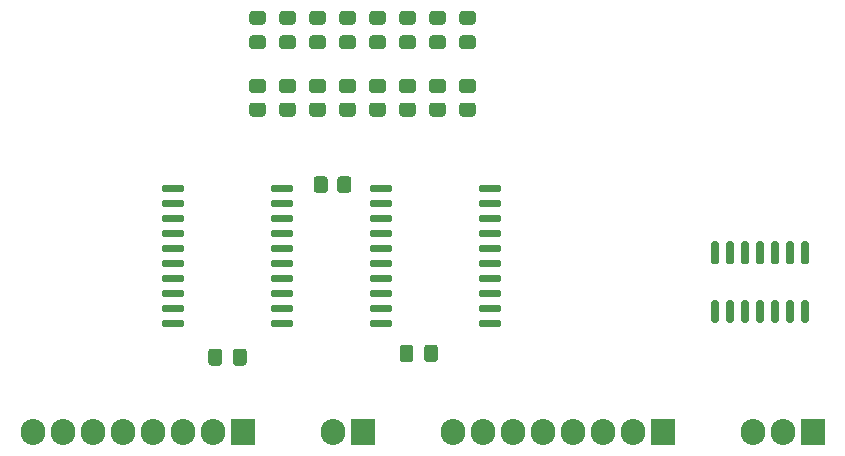
<source format=gbr>
%TF.GenerationSoftware,KiCad,Pcbnew,(5.1.8)-1*%
%TF.CreationDate,2022-11-12T22:58:33+03:00*%
%TF.ProjectId,Reg,5265672e-6b69-4636-9164-5f7063625858,rev?*%
%TF.SameCoordinates,Original*%
%TF.FileFunction,Soldermask,Top*%
%TF.FilePolarity,Negative*%
%FSLAX46Y46*%
G04 Gerber Fmt 4.6, Leading zero omitted, Abs format (unit mm)*
G04 Created by KiCad (PCBNEW (5.1.8)-1) date 2022-11-12 22:58:33*
%MOMM*%
%LPD*%
G01*
G04 APERTURE LIST*
%ADD10R,2.100000X2.200000*%
%ADD11O,2.100000X2.200000*%
G04 APERTURE END LIST*
%TO.C,C2*%
G36*
G01*
X85592500Y-46197500D02*
X85592500Y-47147500D01*
G75*
G02*
X85342500Y-47397500I-250000J0D01*
G01*
X84667500Y-47397500D01*
G75*
G02*
X84417500Y-47147500I0J250000D01*
G01*
X84417500Y-46197500D01*
G75*
G02*
X84667500Y-45947500I250000J0D01*
G01*
X85342500Y-45947500D01*
G75*
G02*
X85592500Y-46197500I0J-250000D01*
G01*
G37*
G36*
G01*
X87667500Y-46197500D02*
X87667500Y-47147500D01*
G75*
G02*
X87417500Y-47397500I-250000J0D01*
G01*
X86742500Y-47397500D01*
G75*
G02*
X86492500Y-47147500I0J250000D01*
G01*
X86492500Y-46197500D01*
G75*
G02*
X86742500Y-45947500I250000J0D01*
G01*
X87417500Y-45947500D01*
G75*
G02*
X87667500Y-46197500I0J-250000D01*
G01*
G37*
%TD*%
%TO.C,R9*%
G36*
G01*
X90620001Y-24635000D02*
X89719999Y-24635000D01*
G75*
G02*
X89470000Y-24385001I0J249999D01*
G01*
X89470000Y-23684999D01*
G75*
G02*
X89719999Y-23435000I249999J0D01*
G01*
X90620001Y-23435000D01*
G75*
G02*
X90870000Y-23684999I0J-249999D01*
G01*
X90870000Y-24385001D01*
G75*
G02*
X90620001Y-24635000I-249999J0D01*
G01*
G37*
G36*
G01*
X90620001Y-26635000D02*
X89719999Y-26635000D01*
G75*
G02*
X89470000Y-26385001I0J249999D01*
G01*
X89470000Y-25684999D01*
G75*
G02*
X89719999Y-25435000I249999J0D01*
G01*
X90620001Y-25435000D01*
G75*
G02*
X90870000Y-25684999I0J-249999D01*
G01*
X90870000Y-26385001D01*
G75*
G02*
X90620001Y-26635000I-249999J0D01*
G01*
G37*
%TD*%
%TO.C,R8*%
G36*
G01*
X88080001Y-24635000D02*
X87179999Y-24635000D01*
G75*
G02*
X86930000Y-24385001I0J249999D01*
G01*
X86930000Y-23684999D01*
G75*
G02*
X87179999Y-23435000I249999J0D01*
G01*
X88080001Y-23435000D01*
G75*
G02*
X88330000Y-23684999I0J-249999D01*
G01*
X88330000Y-24385001D01*
G75*
G02*
X88080001Y-24635000I-249999J0D01*
G01*
G37*
G36*
G01*
X88080001Y-26635000D02*
X87179999Y-26635000D01*
G75*
G02*
X86930000Y-26385001I0J249999D01*
G01*
X86930000Y-25684999D01*
G75*
G02*
X87179999Y-25435000I249999J0D01*
G01*
X88080001Y-25435000D01*
G75*
G02*
X88330000Y-25684999I0J-249999D01*
G01*
X88330000Y-26385001D01*
G75*
G02*
X88080001Y-26635000I-249999J0D01*
G01*
G37*
%TD*%
%TO.C,R7*%
G36*
G01*
X85540001Y-24635000D02*
X84639999Y-24635000D01*
G75*
G02*
X84390000Y-24385001I0J249999D01*
G01*
X84390000Y-23684999D01*
G75*
G02*
X84639999Y-23435000I249999J0D01*
G01*
X85540001Y-23435000D01*
G75*
G02*
X85790000Y-23684999I0J-249999D01*
G01*
X85790000Y-24385001D01*
G75*
G02*
X85540001Y-24635000I-249999J0D01*
G01*
G37*
G36*
G01*
X85540001Y-26635000D02*
X84639999Y-26635000D01*
G75*
G02*
X84390000Y-26385001I0J249999D01*
G01*
X84390000Y-25684999D01*
G75*
G02*
X84639999Y-25435000I249999J0D01*
G01*
X85540001Y-25435000D01*
G75*
G02*
X85790000Y-25684999I0J-249999D01*
G01*
X85790000Y-26385001D01*
G75*
G02*
X85540001Y-26635000I-249999J0D01*
G01*
G37*
%TD*%
%TO.C,R6*%
G36*
G01*
X83000001Y-24635000D02*
X82099999Y-24635000D01*
G75*
G02*
X81850000Y-24385001I0J249999D01*
G01*
X81850000Y-23684999D01*
G75*
G02*
X82099999Y-23435000I249999J0D01*
G01*
X83000001Y-23435000D01*
G75*
G02*
X83250000Y-23684999I0J-249999D01*
G01*
X83250000Y-24385001D01*
G75*
G02*
X83000001Y-24635000I-249999J0D01*
G01*
G37*
G36*
G01*
X83000001Y-26635000D02*
X82099999Y-26635000D01*
G75*
G02*
X81850000Y-26385001I0J249999D01*
G01*
X81850000Y-25684999D01*
G75*
G02*
X82099999Y-25435000I249999J0D01*
G01*
X83000001Y-25435000D01*
G75*
G02*
X83250000Y-25684999I0J-249999D01*
G01*
X83250000Y-26385001D01*
G75*
G02*
X83000001Y-26635000I-249999J0D01*
G01*
G37*
%TD*%
%TO.C,R5*%
G36*
G01*
X80460001Y-24635000D02*
X79559999Y-24635000D01*
G75*
G02*
X79310000Y-24385001I0J249999D01*
G01*
X79310000Y-23684999D01*
G75*
G02*
X79559999Y-23435000I249999J0D01*
G01*
X80460001Y-23435000D01*
G75*
G02*
X80710000Y-23684999I0J-249999D01*
G01*
X80710000Y-24385001D01*
G75*
G02*
X80460001Y-24635000I-249999J0D01*
G01*
G37*
G36*
G01*
X80460001Y-26635000D02*
X79559999Y-26635000D01*
G75*
G02*
X79310000Y-26385001I0J249999D01*
G01*
X79310000Y-25684999D01*
G75*
G02*
X79559999Y-25435000I249999J0D01*
G01*
X80460001Y-25435000D01*
G75*
G02*
X80710000Y-25684999I0J-249999D01*
G01*
X80710000Y-26385001D01*
G75*
G02*
X80460001Y-26635000I-249999J0D01*
G01*
G37*
%TD*%
%TO.C,R4*%
G36*
G01*
X77920001Y-24635000D02*
X77019999Y-24635000D01*
G75*
G02*
X76770000Y-24385001I0J249999D01*
G01*
X76770000Y-23684999D01*
G75*
G02*
X77019999Y-23435000I249999J0D01*
G01*
X77920001Y-23435000D01*
G75*
G02*
X78170000Y-23684999I0J-249999D01*
G01*
X78170000Y-24385001D01*
G75*
G02*
X77920001Y-24635000I-249999J0D01*
G01*
G37*
G36*
G01*
X77920001Y-26635000D02*
X77019999Y-26635000D01*
G75*
G02*
X76770000Y-26385001I0J249999D01*
G01*
X76770000Y-25684999D01*
G75*
G02*
X77019999Y-25435000I249999J0D01*
G01*
X77920001Y-25435000D01*
G75*
G02*
X78170000Y-25684999I0J-249999D01*
G01*
X78170000Y-26385001D01*
G75*
G02*
X77920001Y-26635000I-249999J0D01*
G01*
G37*
%TD*%
%TO.C,R3*%
G36*
G01*
X75380001Y-24635000D02*
X74479999Y-24635000D01*
G75*
G02*
X74230000Y-24385001I0J249999D01*
G01*
X74230000Y-23684999D01*
G75*
G02*
X74479999Y-23435000I249999J0D01*
G01*
X75380001Y-23435000D01*
G75*
G02*
X75630000Y-23684999I0J-249999D01*
G01*
X75630000Y-24385001D01*
G75*
G02*
X75380001Y-24635000I-249999J0D01*
G01*
G37*
G36*
G01*
X75380001Y-26635000D02*
X74479999Y-26635000D01*
G75*
G02*
X74230000Y-26385001I0J249999D01*
G01*
X74230000Y-25684999D01*
G75*
G02*
X74479999Y-25435000I249999J0D01*
G01*
X75380001Y-25435000D01*
G75*
G02*
X75630000Y-25684999I0J-249999D01*
G01*
X75630000Y-26385001D01*
G75*
G02*
X75380001Y-26635000I-249999J0D01*
G01*
G37*
%TD*%
%TO.C,R2*%
G36*
G01*
X72840001Y-24635000D02*
X71939999Y-24635000D01*
G75*
G02*
X71690000Y-24385001I0J249999D01*
G01*
X71690000Y-23684999D01*
G75*
G02*
X71939999Y-23435000I249999J0D01*
G01*
X72840001Y-23435000D01*
G75*
G02*
X73090000Y-23684999I0J-249999D01*
G01*
X73090000Y-24385001D01*
G75*
G02*
X72840001Y-24635000I-249999J0D01*
G01*
G37*
G36*
G01*
X72840001Y-26635000D02*
X71939999Y-26635000D01*
G75*
G02*
X71690000Y-26385001I0J249999D01*
G01*
X71690000Y-25684999D01*
G75*
G02*
X71939999Y-25435000I249999J0D01*
G01*
X72840001Y-25435000D01*
G75*
G02*
X73090000Y-25684999I0J-249999D01*
G01*
X73090000Y-26385001D01*
G75*
G02*
X72840001Y-26635000I-249999J0D01*
G01*
G37*
%TD*%
%TO.C,R1*%
G36*
G01*
X78340000Y-31934999D02*
X78340000Y-32835001D01*
G75*
G02*
X78090001Y-33085000I-249999J0D01*
G01*
X77389999Y-33085000D01*
G75*
G02*
X77140000Y-32835001I0J249999D01*
G01*
X77140000Y-31934999D01*
G75*
G02*
X77389999Y-31685000I249999J0D01*
G01*
X78090001Y-31685000D01*
G75*
G02*
X78340000Y-31934999I0J-249999D01*
G01*
G37*
G36*
G01*
X80340000Y-31934999D02*
X80340000Y-32835001D01*
G75*
G02*
X80090001Y-33085000I-249999J0D01*
G01*
X79389999Y-33085000D01*
G75*
G02*
X79140000Y-32835001I0J249999D01*
G01*
X79140000Y-31934999D01*
G75*
G02*
X79389999Y-31685000I249999J0D01*
G01*
X80090001Y-31685000D01*
G75*
G02*
X80340000Y-31934999I0J-249999D01*
G01*
G37*
%TD*%
%TO.C,D8*%
G36*
G01*
X89719999Y-19745000D02*
X90620001Y-19745000D01*
G75*
G02*
X90870000Y-19994999I0J-249999D01*
G01*
X90870000Y-20645001D01*
G75*
G02*
X90620001Y-20895000I-249999J0D01*
G01*
X89719999Y-20895000D01*
G75*
G02*
X89470000Y-20645001I0J249999D01*
G01*
X89470000Y-19994999D01*
G75*
G02*
X89719999Y-19745000I249999J0D01*
G01*
G37*
G36*
G01*
X89719999Y-17695000D02*
X90620001Y-17695000D01*
G75*
G02*
X90870000Y-17944999I0J-249999D01*
G01*
X90870000Y-18595001D01*
G75*
G02*
X90620001Y-18845000I-249999J0D01*
G01*
X89719999Y-18845000D01*
G75*
G02*
X89470000Y-18595001I0J249999D01*
G01*
X89470000Y-17944999D01*
G75*
G02*
X89719999Y-17695000I249999J0D01*
G01*
G37*
%TD*%
%TO.C,D7*%
G36*
G01*
X87179999Y-19745000D02*
X88080001Y-19745000D01*
G75*
G02*
X88330000Y-19994999I0J-249999D01*
G01*
X88330000Y-20645001D01*
G75*
G02*
X88080001Y-20895000I-249999J0D01*
G01*
X87179999Y-20895000D01*
G75*
G02*
X86930000Y-20645001I0J249999D01*
G01*
X86930000Y-19994999D01*
G75*
G02*
X87179999Y-19745000I249999J0D01*
G01*
G37*
G36*
G01*
X87179999Y-17695000D02*
X88080001Y-17695000D01*
G75*
G02*
X88330000Y-17944999I0J-249999D01*
G01*
X88330000Y-18595001D01*
G75*
G02*
X88080001Y-18845000I-249999J0D01*
G01*
X87179999Y-18845000D01*
G75*
G02*
X86930000Y-18595001I0J249999D01*
G01*
X86930000Y-17944999D01*
G75*
G02*
X87179999Y-17695000I249999J0D01*
G01*
G37*
%TD*%
%TO.C,D6*%
G36*
G01*
X84639999Y-19745000D02*
X85540001Y-19745000D01*
G75*
G02*
X85790000Y-19994999I0J-249999D01*
G01*
X85790000Y-20645001D01*
G75*
G02*
X85540001Y-20895000I-249999J0D01*
G01*
X84639999Y-20895000D01*
G75*
G02*
X84390000Y-20645001I0J249999D01*
G01*
X84390000Y-19994999D01*
G75*
G02*
X84639999Y-19745000I249999J0D01*
G01*
G37*
G36*
G01*
X84639999Y-17695000D02*
X85540001Y-17695000D01*
G75*
G02*
X85790000Y-17944999I0J-249999D01*
G01*
X85790000Y-18595001D01*
G75*
G02*
X85540001Y-18845000I-249999J0D01*
G01*
X84639999Y-18845000D01*
G75*
G02*
X84390000Y-18595001I0J249999D01*
G01*
X84390000Y-17944999D01*
G75*
G02*
X84639999Y-17695000I249999J0D01*
G01*
G37*
%TD*%
%TO.C,D5*%
G36*
G01*
X82099999Y-19745000D02*
X83000001Y-19745000D01*
G75*
G02*
X83250000Y-19994999I0J-249999D01*
G01*
X83250000Y-20645001D01*
G75*
G02*
X83000001Y-20895000I-249999J0D01*
G01*
X82099999Y-20895000D01*
G75*
G02*
X81850000Y-20645001I0J249999D01*
G01*
X81850000Y-19994999D01*
G75*
G02*
X82099999Y-19745000I249999J0D01*
G01*
G37*
G36*
G01*
X82099999Y-17695000D02*
X83000001Y-17695000D01*
G75*
G02*
X83250000Y-17944999I0J-249999D01*
G01*
X83250000Y-18595001D01*
G75*
G02*
X83000001Y-18845000I-249999J0D01*
G01*
X82099999Y-18845000D01*
G75*
G02*
X81850000Y-18595001I0J249999D01*
G01*
X81850000Y-17944999D01*
G75*
G02*
X82099999Y-17695000I249999J0D01*
G01*
G37*
%TD*%
%TO.C,D4*%
G36*
G01*
X79559999Y-19745000D02*
X80460001Y-19745000D01*
G75*
G02*
X80710000Y-19994999I0J-249999D01*
G01*
X80710000Y-20645001D01*
G75*
G02*
X80460001Y-20895000I-249999J0D01*
G01*
X79559999Y-20895000D01*
G75*
G02*
X79310000Y-20645001I0J249999D01*
G01*
X79310000Y-19994999D01*
G75*
G02*
X79559999Y-19745000I249999J0D01*
G01*
G37*
G36*
G01*
X79559999Y-17695000D02*
X80460001Y-17695000D01*
G75*
G02*
X80710000Y-17944999I0J-249999D01*
G01*
X80710000Y-18595001D01*
G75*
G02*
X80460001Y-18845000I-249999J0D01*
G01*
X79559999Y-18845000D01*
G75*
G02*
X79310000Y-18595001I0J249999D01*
G01*
X79310000Y-17944999D01*
G75*
G02*
X79559999Y-17695000I249999J0D01*
G01*
G37*
%TD*%
%TO.C,D3*%
G36*
G01*
X77019999Y-19745000D02*
X77920001Y-19745000D01*
G75*
G02*
X78170000Y-19994999I0J-249999D01*
G01*
X78170000Y-20645001D01*
G75*
G02*
X77920001Y-20895000I-249999J0D01*
G01*
X77019999Y-20895000D01*
G75*
G02*
X76770000Y-20645001I0J249999D01*
G01*
X76770000Y-19994999D01*
G75*
G02*
X77019999Y-19745000I249999J0D01*
G01*
G37*
G36*
G01*
X77019999Y-17695000D02*
X77920001Y-17695000D01*
G75*
G02*
X78170000Y-17944999I0J-249999D01*
G01*
X78170000Y-18595001D01*
G75*
G02*
X77920001Y-18845000I-249999J0D01*
G01*
X77019999Y-18845000D01*
G75*
G02*
X76770000Y-18595001I0J249999D01*
G01*
X76770000Y-17944999D01*
G75*
G02*
X77019999Y-17695000I249999J0D01*
G01*
G37*
%TD*%
%TO.C,D2*%
G36*
G01*
X74479999Y-19745000D02*
X75380001Y-19745000D01*
G75*
G02*
X75630000Y-19994999I0J-249999D01*
G01*
X75630000Y-20645001D01*
G75*
G02*
X75380001Y-20895000I-249999J0D01*
G01*
X74479999Y-20895000D01*
G75*
G02*
X74230000Y-20645001I0J249999D01*
G01*
X74230000Y-19994999D01*
G75*
G02*
X74479999Y-19745000I249999J0D01*
G01*
G37*
G36*
G01*
X74479999Y-17695000D02*
X75380001Y-17695000D01*
G75*
G02*
X75630000Y-17944999I0J-249999D01*
G01*
X75630000Y-18595001D01*
G75*
G02*
X75380001Y-18845000I-249999J0D01*
G01*
X74479999Y-18845000D01*
G75*
G02*
X74230000Y-18595001I0J249999D01*
G01*
X74230000Y-17944999D01*
G75*
G02*
X74479999Y-17695000I249999J0D01*
G01*
G37*
%TD*%
%TO.C,D1*%
G36*
G01*
X71939999Y-19745000D02*
X72840001Y-19745000D01*
G75*
G02*
X73090000Y-19994999I0J-249999D01*
G01*
X73090000Y-20645001D01*
G75*
G02*
X72840001Y-20895000I-249999J0D01*
G01*
X71939999Y-20895000D01*
G75*
G02*
X71690000Y-20645001I0J249999D01*
G01*
X71690000Y-19994999D01*
G75*
G02*
X71939999Y-19745000I249999J0D01*
G01*
G37*
G36*
G01*
X71939999Y-17695000D02*
X72840001Y-17695000D01*
G75*
G02*
X73090000Y-17944999I0J-249999D01*
G01*
X73090000Y-18595001D01*
G75*
G02*
X72840001Y-18845000I-249999J0D01*
G01*
X71939999Y-18845000D01*
G75*
G02*
X71690000Y-18595001I0J249999D01*
G01*
X71690000Y-17944999D01*
G75*
G02*
X71939999Y-17695000I249999J0D01*
G01*
G37*
%TD*%
%TO.C,C1*%
G36*
G01*
X71475000Y-46515000D02*
X71475000Y-47465000D01*
G75*
G02*
X71225000Y-47715000I-250000J0D01*
G01*
X70550000Y-47715000D01*
G75*
G02*
X70300000Y-47465000I0J250000D01*
G01*
X70300000Y-46515000D01*
G75*
G02*
X70550000Y-46265000I250000J0D01*
G01*
X71225000Y-46265000D01*
G75*
G02*
X71475000Y-46515000I0J-250000D01*
G01*
G37*
G36*
G01*
X69400000Y-46515000D02*
X69400000Y-47465000D01*
G75*
G02*
X69150000Y-47715000I-250000J0D01*
G01*
X68475000Y-47715000D01*
G75*
G02*
X68225000Y-47465000I0J250000D01*
G01*
X68225000Y-46515000D01*
G75*
G02*
X68475000Y-46265000I250000J0D01*
G01*
X69150000Y-46265000D01*
G75*
G02*
X69400000Y-46515000I0J-250000D01*
G01*
G37*
%TD*%
D10*
%TO.C,J1*%
X71120000Y-53340000D03*
D11*
X68580000Y-53340000D03*
X66040000Y-53340000D03*
X63500000Y-53340000D03*
X60960000Y-53340000D03*
X58420000Y-53340000D03*
X55880000Y-53340000D03*
X53340000Y-53340000D03*
%TD*%
%TO.C,J2*%
X88900000Y-53340000D03*
X91440000Y-53340000D03*
X93980000Y-53340000D03*
X96520000Y-53340000D03*
X99060000Y-53340000D03*
X101600000Y-53340000D03*
X104140000Y-53340000D03*
D10*
X106680000Y-53340000D03*
%TD*%
%TO.C,J3*%
X81280000Y-53340000D03*
D11*
X78740000Y-53340000D03*
%TD*%
D10*
%TO.C,J4*%
X119380000Y-53340000D03*
D11*
X116840000Y-53340000D03*
X114300000Y-53340000D03*
%TD*%
%TO.C,U1*%
G36*
G01*
X64300000Y-32860001D02*
X64300000Y-32560001D01*
G75*
G02*
X64450000Y-32410001I150000J0D01*
G01*
X66050000Y-32410001D01*
G75*
G02*
X66200000Y-32560001I0J-150000D01*
G01*
X66200000Y-32860001D01*
G75*
G02*
X66050000Y-33010001I-150000J0D01*
G01*
X64450000Y-33010001D01*
G75*
G02*
X64300000Y-32860001I0J150000D01*
G01*
G37*
G36*
G01*
X64300000Y-34130001D02*
X64300000Y-33830001D01*
G75*
G02*
X64450000Y-33680001I150000J0D01*
G01*
X66050000Y-33680001D01*
G75*
G02*
X66200000Y-33830001I0J-150000D01*
G01*
X66200000Y-34130001D01*
G75*
G02*
X66050000Y-34280001I-150000J0D01*
G01*
X64450000Y-34280001D01*
G75*
G02*
X64300000Y-34130001I0J150000D01*
G01*
G37*
G36*
G01*
X64300000Y-35400001D02*
X64300000Y-35100001D01*
G75*
G02*
X64450000Y-34950001I150000J0D01*
G01*
X66050000Y-34950001D01*
G75*
G02*
X66200000Y-35100001I0J-150000D01*
G01*
X66200000Y-35400001D01*
G75*
G02*
X66050000Y-35550001I-150000J0D01*
G01*
X64450000Y-35550001D01*
G75*
G02*
X64300000Y-35400001I0J150000D01*
G01*
G37*
G36*
G01*
X64300000Y-36670001D02*
X64300000Y-36370001D01*
G75*
G02*
X64450000Y-36220001I150000J0D01*
G01*
X66050000Y-36220001D01*
G75*
G02*
X66200000Y-36370001I0J-150000D01*
G01*
X66200000Y-36670001D01*
G75*
G02*
X66050000Y-36820001I-150000J0D01*
G01*
X64450000Y-36820001D01*
G75*
G02*
X64300000Y-36670001I0J150000D01*
G01*
G37*
G36*
G01*
X64300000Y-37940001D02*
X64300000Y-37640001D01*
G75*
G02*
X64450000Y-37490001I150000J0D01*
G01*
X66050000Y-37490001D01*
G75*
G02*
X66200000Y-37640001I0J-150000D01*
G01*
X66200000Y-37940001D01*
G75*
G02*
X66050000Y-38090001I-150000J0D01*
G01*
X64450000Y-38090001D01*
G75*
G02*
X64300000Y-37940001I0J150000D01*
G01*
G37*
G36*
G01*
X64300000Y-39210001D02*
X64300000Y-38910001D01*
G75*
G02*
X64450000Y-38760001I150000J0D01*
G01*
X66050000Y-38760001D01*
G75*
G02*
X66200000Y-38910001I0J-150000D01*
G01*
X66200000Y-39210001D01*
G75*
G02*
X66050000Y-39360001I-150000J0D01*
G01*
X64450000Y-39360001D01*
G75*
G02*
X64300000Y-39210001I0J150000D01*
G01*
G37*
G36*
G01*
X64300000Y-40480001D02*
X64300000Y-40180001D01*
G75*
G02*
X64450000Y-40030001I150000J0D01*
G01*
X66050000Y-40030001D01*
G75*
G02*
X66200000Y-40180001I0J-150000D01*
G01*
X66200000Y-40480001D01*
G75*
G02*
X66050000Y-40630001I-150000J0D01*
G01*
X64450000Y-40630001D01*
G75*
G02*
X64300000Y-40480001I0J150000D01*
G01*
G37*
G36*
G01*
X64300000Y-41750001D02*
X64300000Y-41450001D01*
G75*
G02*
X64450000Y-41300001I150000J0D01*
G01*
X66050000Y-41300001D01*
G75*
G02*
X66200000Y-41450001I0J-150000D01*
G01*
X66200000Y-41750001D01*
G75*
G02*
X66050000Y-41900001I-150000J0D01*
G01*
X64450000Y-41900001D01*
G75*
G02*
X64300000Y-41750001I0J150000D01*
G01*
G37*
G36*
G01*
X64300000Y-43020001D02*
X64300000Y-42720001D01*
G75*
G02*
X64450000Y-42570001I150000J0D01*
G01*
X66050000Y-42570001D01*
G75*
G02*
X66200000Y-42720001I0J-150000D01*
G01*
X66200000Y-43020001D01*
G75*
G02*
X66050000Y-43170001I-150000J0D01*
G01*
X64450000Y-43170001D01*
G75*
G02*
X64300000Y-43020001I0J150000D01*
G01*
G37*
G36*
G01*
X64300000Y-44290001D02*
X64300000Y-43990001D01*
G75*
G02*
X64450000Y-43840001I150000J0D01*
G01*
X66050000Y-43840001D01*
G75*
G02*
X66200000Y-43990001I0J-150000D01*
G01*
X66200000Y-44290001D01*
G75*
G02*
X66050000Y-44440001I-150000J0D01*
G01*
X64450000Y-44440001D01*
G75*
G02*
X64300000Y-44290001I0J150000D01*
G01*
G37*
G36*
G01*
X73500000Y-44290001D02*
X73500000Y-43990001D01*
G75*
G02*
X73650000Y-43840001I150000J0D01*
G01*
X75250000Y-43840001D01*
G75*
G02*
X75400000Y-43990001I0J-150000D01*
G01*
X75400000Y-44290001D01*
G75*
G02*
X75250000Y-44440001I-150000J0D01*
G01*
X73650000Y-44440001D01*
G75*
G02*
X73500000Y-44290001I0J150000D01*
G01*
G37*
G36*
G01*
X73500000Y-43020001D02*
X73500000Y-42720001D01*
G75*
G02*
X73650000Y-42570001I150000J0D01*
G01*
X75250000Y-42570001D01*
G75*
G02*
X75400000Y-42720001I0J-150000D01*
G01*
X75400000Y-43020001D01*
G75*
G02*
X75250000Y-43170001I-150000J0D01*
G01*
X73650000Y-43170001D01*
G75*
G02*
X73500000Y-43020001I0J150000D01*
G01*
G37*
G36*
G01*
X73500000Y-41750001D02*
X73500000Y-41450001D01*
G75*
G02*
X73650000Y-41300001I150000J0D01*
G01*
X75250000Y-41300001D01*
G75*
G02*
X75400000Y-41450001I0J-150000D01*
G01*
X75400000Y-41750001D01*
G75*
G02*
X75250000Y-41900001I-150000J0D01*
G01*
X73650000Y-41900001D01*
G75*
G02*
X73500000Y-41750001I0J150000D01*
G01*
G37*
G36*
G01*
X73500000Y-40480001D02*
X73500000Y-40180001D01*
G75*
G02*
X73650000Y-40030001I150000J0D01*
G01*
X75250000Y-40030001D01*
G75*
G02*
X75400000Y-40180001I0J-150000D01*
G01*
X75400000Y-40480001D01*
G75*
G02*
X75250000Y-40630001I-150000J0D01*
G01*
X73650000Y-40630001D01*
G75*
G02*
X73500000Y-40480001I0J150000D01*
G01*
G37*
G36*
G01*
X73500000Y-39210001D02*
X73500000Y-38910001D01*
G75*
G02*
X73650000Y-38760001I150000J0D01*
G01*
X75250000Y-38760001D01*
G75*
G02*
X75400000Y-38910001I0J-150000D01*
G01*
X75400000Y-39210001D01*
G75*
G02*
X75250000Y-39360001I-150000J0D01*
G01*
X73650000Y-39360001D01*
G75*
G02*
X73500000Y-39210001I0J150000D01*
G01*
G37*
G36*
G01*
X73500000Y-37940001D02*
X73500000Y-37640001D01*
G75*
G02*
X73650000Y-37490001I150000J0D01*
G01*
X75250000Y-37490001D01*
G75*
G02*
X75400000Y-37640001I0J-150000D01*
G01*
X75400000Y-37940001D01*
G75*
G02*
X75250000Y-38090001I-150000J0D01*
G01*
X73650000Y-38090001D01*
G75*
G02*
X73500000Y-37940001I0J150000D01*
G01*
G37*
G36*
G01*
X73500000Y-36670001D02*
X73500000Y-36370001D01*
G75*
G02*
X73650000Y-36220001I150000J0D01*
G01*
X75250000Y-36220001D01*
G75*
G02*
X75400000Y-36370001I0J-150000D01*
G01*
X75400000Y-36670001D01*
G75*
G02*
X75250000Y-36820001I-150000J0D01*
G01*
X73650000Y-36820001D01*
G75*
G02*
X73500000Y-36670001I0J150000D01*
G01*
G37*
G36*
G01*
X73500000Y-35400001D02*
X73500000Y-35100001D01*
G75*
G02*
X73650000Y-34950001I150000J0D01*
G01*
X75250000Y-34950001D01*
G75*
G02*
X75400000Y-35100001I0J-150000D01*
G01*
X75400000Y-35400001D01*
G75*
G02*
X75250000Y-35550001I-150000J0D01*
G01*
X73650000Y-35550001D01*
G75*
G02*
X73500000Y-35400001I0J150000D01*
G01*
G37*
G36*
G01*
X73500000Y-34130001D02*
X73500000Y-33830001D01*
G75*
G02*
X73650000Y-33680001I150000J0D01*
G01*
X75250000Y-33680001D01*
G75*
G02*
X75400000Y-33830001I0J-150000D01*
G01*
X75400000Y-34130001D01*
G75*
G02*
X75250000Y-34280001I-150000J0D01*
G01*
X73650000Y-34280001D01*
G75*
G02*
X73500000Y-34130001I0J150000D01*
G01*
G37*
G36*
G01*
X73500000Y-32860001D02*
X73500000Y-32560001D01*
G75*
G02*
X73650000Y-32410001I150000J0D01*
G01*
X75250000Y-32410001D01*
G75*
G02*
X75400000Y-32560001I0J-150000D01*
G01*
X75400000Y-32860001D01*
G75*
G02*
X75250000Y-33010001I-150000J0D01*
G01*
X73650000Y-33010001D01*
G75*
G02*
X73500000Y-32860001I0J150000D01*
G01*
G37*
%TD*%
%TO.C,U3*%
G36*
G01*
X111275000Y-44090000D02*
X110975000Y-44090000D01*
G75*
G02*
X110825000Y-43940000I0J150000D01*
G01*
X110825000Y-42290000D01*
G75*
G02*
X110975000Y-42140000I150000J0D01*
G01*
X111275000Y-42140000D01*
G75*
G02*
X111425000Y-42290000I0J-150000D01*
G01*
X111425000Y-43940000D01*
G75*
G02*
X111275000Y-44090000I-150000J0D01*
G01*
G37*
G36*
G01*
X112545000Y-44090000D02*
X112245000Y-44090000D01*
G75*
G02*
X112095000Y-43940000I0J150000D01*
G01*
X112095000Y-42290000D01*
G75*
G02*
X112245000Y-42140000I150000J0D01*
G01*
X112545000Y-42140000D01*
G75*
G02*
X112695000Y-42290000I0J-150000D01*
G01*
X112695000Y-43940000D01*
G75*
G02*
X112545000Y-44090000I-150000J0D01*
G01*
G37*
G36*
G01*
X113815000Y-44090000D02*
X113515000Y-44090000D01*
G75*
G02*
X113365000Y-43940000I0J150000D01*
G01*
X113365000Y-42290000D01*
G75*
G02*
X113515000Y-42140000I150000J0D01*
G01*
X113815000Y-42140000D01*
G75*
G02*
X113965000Y-42290000I0J-150000D01*
G01*
X113965000Y-43940000D01*
G75*
G02*
X113815000Y-44090000I-150000J0D01*
G01*
G37*
G36*
G01*
X115085000Y-44090000D02*
X114785000Y-44090000D01*
G75*
G02*
X114635000Y-43940000I0J150000D01*
G01*
X114635000Y-42290000D01*
G75*
G02*
X114785000Y-42140000I150000J0D01*
G01*
X115085000Y-42140000D01*
G75*
G02*
X115235000Y-42290000I0J-150000D01*
G01*
X115235000Y-43940000D01*
G75*
G02*
X115085000Y-44090000I-150000J0D01*
G01*
G37*
G36*
G01*
X116355000Y-44090000D02*
X116055000Y-44090000D01*
G75*
G02*
X115905000Y-43940000I0J150000D01*
G01*
X115905000Y-42290000D01*
G75*
G02*
X116055000Y-42140000I150000J0D01*
G01*
X116355000Y-42140000D01*
G75*
G02*
X116505000Y-42290000I0J-150000D01*
G01*
X116505000Y-43940000D01*
G75*
G02*
X116355000Y-44090000I-150000J0D01*
G01*
G37*
G36*
G01*
X117625000Y-44090000D02*
X117325000Y-44090000D01*
G75*
G02*
X117175000Y-43940000I0J150000D01*
G01*
X117175000Y-42290000D01*
G75*
G02*
X117325000Y-42140000I150000J0D01*
G01*
X117625000Y-42140000D01*
G75*
G02*
X117775000Y-42290000I0J-150000D01*
G01*
X117775000Y-43940000D01*
G75*
G02*
X117625000Y-44090000I-150000J0D01*
G01*
G37*
G36*
G01*
X118895000Y-44090000D02*
X118595000Y-44090000D01*
G75*
G02*
X118445000Y-43940000I0J150000D01*
G01*
X118445000Y-42290000D01*
G75*
G02*
X118595000Y-42140000I150000J0D01*
G01*
X118895000Y-42140000D01*
G75*
G02*
X119045000Y-42290000I0J-150000D01*
G01*
X119045000Y-43940000D01*
G75*
G02*
X118895000Y-44090000I-150000J0D01*
G01*
G37*
G36*
G01*
X118895000Y-39140000D02*
X118595000Y-39140000D01*
G75*
G02*
X118445000Y-38990000I0J150000D01*
G01*
X118445000Y-37340000D01*
G75*
G02*
X118595000Y-37190000I150000J0D01*
G01*
X118895000Y-37190000D01*
G75*
G02*
X119045000Y-37340000I0J-150000D01*
G01*
X119045000Y-38990000D01*
G75*
G02*
X118895000Y-39140000I-150000J0D01*
G01*
G37*
G36*
G01*
X117625000Y-39140000D02*
X117325000Y-39140000D01*
G75*
G02*
X117175000Y-38990000I0J150000D01*
G01*
X117175000Y-37340000D01*
G75*
G02*
X117325000Y-37190000I150000J0D01*
G01*
X117625000Y-37190000D01*
G75*
G02*
X117775000Y-37340000I0J-150000D01*
G01*
X117775000Y-38990000D01*
G75*
G02*
X117625000Y-39140000I-150000J0D01*
G01*
G37*
G36*
G01*
X116355000Y-39140000D02*
X116055000Y-39140000D01*
G75*
G02*
X115905000Y-38990000I0J150000D01*
G01*
X115905000Y-37340000D01*
G75*
G02*
X116055000Y-37190000I150000J0D01*
G01*
X116355000Y-37190000D01*
G75*
G02*
X116505000Y-37340000I0J-150000D01*
G01*
X116505000Y-38990000D01*
G75*
G02*
X116355000Y-39140000I-150000J0D01*
G01*
G37*
G36*
G01*
X115085000Y-39140000D02*
X114785000Y-39140000D01*
G75*
G02*
X114635000Y-38990000I0J150000D01*
G01*
X114635000Y-37340000D01*
G75*
G02*
X114785000Y-37190000I150000J0D01*
G01*
X115085000Y-37190000D01*
G75*
G02*
X115235000Y-37340000I0J-150000D01*
G01*
X115235000Y-38990000D01*
G75*
G02*
X115085000Y-39140000I-150000J0D01*
G01*
G37*
G36*
G01*
X113815000Y-39140000D02*
X113515000Y-39140000D01*
G75*
G02*
X113365000Y-38990000I0J150000D01*
G01*
X113365000Y-37340000D01*
G75*
G02*
X113515000Y-37190000I150000J0D01*
G01*
X113815000Y-37190000D01*
G75*
G02*
X113965000Y-37340000I0J-150000D01*
G01*
X113965000Y-38990000D01*
G75*
G02*
X113815000Y-39140000I-150000J0D01*
G01*
G37*
G36*
G01*
X112545000Y-39140000D02*
X112245000Y-39140000D01*
G75*
G02*
X112095000Y-38990000I0J150000D01*
G01*
X112095000Y-37340000D01*
G75*
G02*
X112245000Y-37190000I150000J0D01*
G01*
X112545000Y-37190000D01*
G75*
G02*
X112695000Y-37340000I0J-150000D01*
G01*
X112695000Y-38990000D01*
G75*
G02*
X112545000Y-39140000I-150000J0D01*
G01*
G37*
G36*
G01*
X111275000Y-39140000D02*
X110975000Y-39140000D01*
G75*
G02*
X110825000Y-38990000I0J150000D01*
G01*
X110825000Y-37340000D01*
G75*
G02*
X110975000Y-37190000I150000J0D01*
G01*
X111275000Y-37190000D01*
G75*
G02*
X111425000Y-37340000I0J-150000D01*
G01*
X111425000Y-38990000D01*
G75*
G02*
X111275000Y-39140000I-150000J0D01*
G01*
G37*
%TD*%
%TO.C,U2*%
G36*
G01*
X81917500Y-32852500D02*
X81917500Y-32552500D01*
G75*
G02*
X82067500Y-32402500I150000J0D01*
G01*
X83667500Y-32402500D01*
G75*
G02*
X83817500Y-32552500I0J-150000D01*
G01*
X83817500Y-32852500D01*
G75*
G02*
X83667500Y-33002500I-150000J0D01*
G01*
X82067500Y-33002500D01*
G75*
G02*
X81917500Y-32852500I0J150000D01*
G01*
G37*
G36*
G01*
X81917500Y-34122500D02*
X81917500Y-33822500D01*
G75*
G02*
X82067500Y-33672500I150000J0D01*
G01*
X83667500Y-33672500D01*
G75*
G02*
X83817500Y-33822500I0J-150000D01*
G01*
X83817500Y-34122500D01*
G75*
G02*
X83667500Y-34272500I-150000J0D01*
G01*
X82067500Y-34272500D01*
G75*
G02*
X81917500Y-34122500I0J150000D01*
G01*
G37*
G36*
G01*
X81917500Y-35392500D02*
X81917500Y-35092500D01*
G75*
G02*
X82067500Y-34942500I150000J0D01*
G01*
X83667500Y-34942500D01*
G75*
G02*
X83817500Y-35092500I0J-150000D01*
G01*
X83817500Y-35392500D01*
G75*
G02*
X83667500Y-35542500I-150000J0D01*
G01*
X82067500Y-35542500D01*
G75*
G02*
X81917500Y-35392500I0J150000D01*
G01*
G37*
G36*
G01*
X81917500Y-36662500D02*
X81917500Y-36362500D01*
G75*
G02*
X82067500Y-36212500I150000J0D01*
G01*
X83667500Y-36212500D01*
G75*
G02*
X83817500Y-36362500I0J-150000D01*
G01*
X83817500Y-36662500D01*
G75*
G02*
X83667500Y-36812500I-150000J0D01*
G01*
X82067500Y-36812500D01*
G75*
G02*
X81917500Y-36662500I0J150000D01*
G01*
G37*
G36*
G01*
X81917500Y-37932500D02*
X81917500Y-37632500D01*
G75*
G02*
X82067500Y-37482500I150000J0D01*
G01*
X83667500Y-37482500D01*
G75*
G02*
X83817500Y-37632500I0J-150000D01*
G01*
X83817500Y-37932500D01*
G75*
G02*
X83667500Y-38082500I-150000J0D01*
G01*
X82067500Y-38082500D01*
G75*
G02*
X81917500Y-37932500I0J150000D01*
G01*
G37*
G36*
G01*
X81917500Y-39202500D02*
X81917500Y-38902500D01*
G75*
G02*
X82067500Y-38752500I150000J0D01*
G01*
X83667500Y-38752500D01*
G75*
G02*
X83817500Y-38902500I0J-150000D01*
G01*
X83817500Y-39202500D01*
G75*
G02*
X83667500Y-39352500I-150000J0D01*
G01*
X82067500Y-39352500D01*
G75*
G02*
X81917500Y-39202500I0J150000D01*
G01*
G37*
G36*
G01*
X81917500Y-40472500D02*
X81917500Y-40172500D01*
G75*
G02*
X82067500Y-40022500I150000J0D01*
G01*
X83667500Y-40022500D01*
G75*
G02*
X83817500Y-40172500I0J-150000D01*
G01*
X83817500Y-40472500D01*
G75*
G02*
X83667500Y-40622500I-150000J0D01*
G01*
X82067500Y-40622500D01*
G75*
G02*
X81917500Y-40472500I0J150000D01*
G01*
G37*
G36*
G01*
X81917500Y-41742500D02*
X81917500Y-41442500D01*
G75*
G02*
X82067500Y-41292500I150000J0D01*
G01*
X83667500Y-41292500D01*
G75*
G02*
X83817500Y-41442500I0J-150000D01*
G01*
X83817500Y-41742500D01*
G75*
G02*
X83667500Y-41892500I-150000J0D01*
G01*
X82067500Y-41892500D01*
G75*
G02*
X81917500Y-41742500I0J150000D01*
G01*
G37*
G36*
G01*
X81917500Y-43012500D02*
X81917500Y-42712500D01*
G75*
G02*
X82067500Y-42562500I150000J0D01*
G01*
X83667500Y-42562500D01*
G75*
G02*
X83817500Y-42712500I0J-150000D01*
G01*
X83817500Y-43012500D01*
G75*
G02*
X83667500Y-43162500I-150000J0D01*
G01*
X82067500Y-43162500D01*
G75*
G02*
X81917500Y-43012500I0J150000D01*
G01*
G37*
G36*
G01*
X81917500Y-44282500D02*
X81917500Y-43982500D01*
G75*
G02*
X82067500Y-43832500I150000J0D01*
G01*
X83667500Y-43832500D01*
G75*
G02*
X83817500Y-43982500I0J-150000D01*
G01*
X83817500Y-44282500D01*
G75*
G02*
X83667500Y-44432500I-150000J0D01*
G01*
X82067500Y-44432500D01*
G75*
G02*
X81917500Y-44282500I0J150000D01*
G01*
G37*
G36*
G01*
X91117500Y-44282500D02*
X91117500Y-43982500D01*
G75*
G02*
X91267500Y-43832500I150000J0D01*
G01*
X92867500Y-43832500D01*
G75*
G02*
X93017500Y-43982500I0J-150000D01*
G01*
X93017500Y-44282500D01*
G75*
G02*
X92867500Y-44432500I-150000J0D01*
G01*
X91267500Y-44432500D01*
G75*
G02*
X91117500Y-44282500I0J150000D01*
G01*
G37*
G36*
G01*
X91117500Y-43012500D02*
X91117500Y-42712500D01*
G75*
G02*
X91267500Y-42562500I150000J0D01*
G01*
X92867500Y-42562500D01*
G75*
G02*
X93017500Y-42712500I0J-150000D01*
G01*
X93017500Y-43012500D01*
G75*
G02*
X92867500Y-43162500I-150000J0D01*
G01*
X91267500Y-43162500D01*
G75*
G02*
X91117500Y-43012500I0J150000D01*
G01*
G37*
G36*
G01*
X91117500Y-41742500D02*
X91117500Y-41442500D01*
G75*
G02*
X91267500Y-41292500I150000J0D01*
G01*
X92867500Y-41292500D01*
G75*
G02*
X93017500Y-41442500I0J-150000D01*
G01*
X93017500Y-41742500D01*
G75*
G02*
X92867500Y-41892500I-150000J0D01*
G01*
X91267500Y-41892500D01*
G75*
G02*
X91117500Y-41742500I0J150000D01*
G01*
G37*
G36*
G01*
X91117500Y-40472500D02*
X91117500Y-40172500D01*
G75*
G02*
X91267500Y-40022500I150000J0D01*
G01*
X92867500Y-40022500D01*
G75*
G02*
X93017500Y-40172500I0J-150000D01*
G01*
X93017500Y-40472500D01*
G75*
G02*
X92867500Y-40622500I-150000J0D01*
G01*
X91267500Y-40622500D01*
G75*
G02*
X91117500Y-40472500I0J150000D01*
G01*
G37*
G36*
G01*
X91117500Y-39202500D02*
X91117500Y-38902500D01*
G75*
G02*
X91267500Y-38752500I150000J0D01*
G01*
X92867500Y-38752500D01*
G75*
G02*
X93017500Y-38902500I0J-150000D01*
G01*
X93017500Y-39202500D01*
G75*
G02*
X92867500Y-39352500I-150000J0D01*
G01*
X91267500Y-39352500D01*
G75*
G02*
X91117500Y-39202500I0J150000D01*
G01*
G37*
G36*
G01*
X91117500Y-37932500D02*
X91117500Y-37632500D01*
G75*
G02*
X91267500Y-37482500I150000J0D01*
G01*
X92867500Y-37482500D01*
G75*
G02*
X93017500Y-37632500I0J-150000D01*
G01*
X93017500Y-37932500D01*
G75*
G02*
X92867500Y-38082500I-150000J0D01*
G01*
X91267500Y-38082500D01*
G75*
G02*
X91117500Y-37932500I0J150000D01*
G01*
G37*
G36*
G01*
X91117500Y-36662500D02*
X91117500Y-36362500D01*
G75*
G02*
X91267500Y-36212500I150000J0D01*
G01*
X92867500Y-36212500D01*
G75*
G02*
X93017500Y-36362500I0J-150000D01*
G01*
X93017500Y-36662500D01*
G75*
G02*
X92867500Y-36812500I-150000J0D01*
G01*
X91267500Y-36812500D01*
G75*
G02*
X91117500Y-36662500I0J150000D01*
G01*
G37*
G36*
G01*
X91117500Y-35392500D02*
X91117500Y-35092500D01*
G75*
G02*
X91267500Y-34942500I150000J0D01*
G01*
X92867500Y-34942500D01*
G75*
G02*
X93017500Y-35092500I0J-150000D01*
G01*
X93017500Y-35392500D01*
G75*
G02*
X92867500Y-35542500I-150000J0D01*
G01*
X91267500Y-35542500D01*
G75*
G02*
X91117500Y-35392500I0J150000D01*
G01*
G37*
G36*
G01*
X91117500Y-34122500D02*
X91117500Y-33822500D01*
G75*
G02*
X91267500Y-33672500I150000J0D01*
G01*
X92867500Y-33672500D01*
G75*
G02*
X93017500Y-33822500I0J-150000D01*
G01*
X93017500Y-34122500D01*
G75*
G02*
X92867500Y-34272500I-150000J0D01*
G01*
X91267500Y-34272500D01*
G75*
G02*
X91117500Y-34122500I0J150000D01*
G01*
G37*
G36*
G01*
X91117500Y-32852500D02*
X91117500Y-32552500D01*
G75*
G02*
X91267500Y-32402500I150000J0D01*
G01*
X92867500Y-32402500D01*
G75*
G02*
X93017500Y-32552500I0J-150000D01*
G01*
X93017500Y-32852500D01*
G75*
G02*
X92867500Y-33002500I-150000J0D01*
G01*
X91267500Y-33002500D01*
G75*
G02*
X91117500Y-32852500I0J150000D01*
G01*
G37*
%TD*%
M02*

</source>
